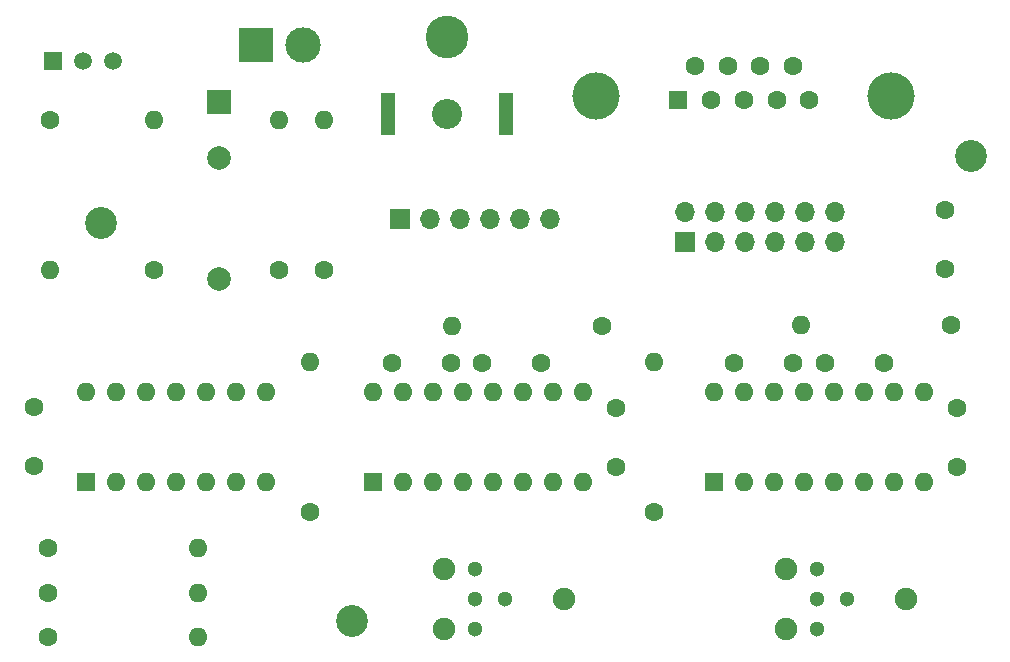
<source format=gbr>
%TF.GenerationSoftware,KiCad,Pcbnew,8.0.1*%
%TF.CreationDate,2024-06-09T01:41:57+01:00*%
%TF.ProjectId,tim011_video_fix,74696d30-3131-45f7-9669-64656f5f6669,rev?*%
%TF.SameCoordinates,Original*%
%TF.FileFunction,Soldermask,Bot*%
%TF.FilePolarity,Negative*%
%FSLAX46Y46*%
G04 Gerber Fmt 4.6, Leading zero omitted, Abs format (unit mm)*
G04 Created by KiCad (PCBNEW 8.0.1) date 2024-06-09 01:41:57*
%MOMM*%
%LPD*%
G01*
G04 APERTURE LIST*
%ADD10C,1.600000*%
%ADD11C,2.700000*%
%ADD12C,1.300000*%
%ADD13C,1.900000*%
%ADD14O,1.600000X1.600000*%
%ADD15R,1.600000X1.600000*%
%ADD16R,1.500000X1.500000*%
%ADD17C,1.500000*%
%ADD18R,1.700000X1.700000*%
%ADD19O,1.700000X1.700000*%
%ADD20C,2.550000*%
%ADD21R,1.300000X3.616000*%
%ADD22C,3.616000*%
%ADD23C,4.000000*%
%ADD24R,2.000000X2.000000*%
%ADD25C,2.000000*%
%ADD26R,3.000000X3.000000*%
%ADD27C,3.000000*%
G04 APERTURE END LIST*
D10*
%TO.C,C5*%
X107435000Y-92760000D03*
X107435000Y-97760000D03*
%TD*%
D11*
%TO.C,H1*%
X63784000Y-77143000D03*
%TD*%
D12*
%TO.C,RV2*%
X95520000Y-111475000D03*
D13*
X92860000Y-111475000D03*
X103050000Y-108905000D03*
D12*
X98030000Y-108905000D03*
X95520000Y-108905000D03*
X95520000Y-106355000D03*
D13*
X92860000Y-106355000D03*
%TD*%
D12*
%TO.C,RV1*%
X124485000Y-111475000D03*
D13*
X121825000Y-111475000D03*
X132015000Y-108905000D03*
D12*
X126995000Y-108905000D03*
X124485000Y-108905000D03*
X124485000Y-106355000D03*
D13*
X121825000Y-106355000D03*
%TD*%
D11*
%TO.C,H3*%
X85050000Y-110775000D03*
%TD*%
D10*
%TO.C,C9*%
X135290000Y-75985000D03*
X135290000Y-80985000D03*
%TD*%
%TO.C,R8*%
X59315000Y-112135000D03*
D14*
X72015000Y-112135000D03*
%TD*%
D15*
%TO.C,U3*%
X62525000Y-99060000D03*
D14*
X65065000Y-99060000D03*
X67605000Y-99060000D03*
X70145000Y-99060000D03*
X72685000Y-99060000D03*
X75225000Y-99060000D03*
X77765000Y-99060000D03*
X77765000Y-91440000D03*
X75225000Y-91440000D03*
X72685000Y-91440000D03*
X70145000Y-91440000D03*
X67605000Y-91440000D03*
X65065000Y-91440000D03*
X62525000Y-91440000D03*
%TD*%
D16*
%TO.C,Q1*%
X59720000Y-63400000D03*
D17*
X62260000Y-63400000D03*
X64800000Y-63400000D03*
%TD*%
D10*
%TO.C,C1*%
X117450000Y-88985000D03*
X122450000Y-88985000D03*
%TD*%
D18*
%TO.C,P1*%
X89170000Y-76740000D03*
D19*
X91710000Y-76740000D03*
X94250000Y-76740000D03*
X96790000Y-76740000D03*
X99330000Y-76740000D03*
X101870000Y-76740000D03*
%TD*%
D14*
%TO.C,R6*%
X59500000Y-81075000D03*
D10*
X59500000Y-68375000D03*
%TD*%
D20*
%TO.C,J3*%
X93090000Y-67865000D03*
D21*
X88090000Y-67865000D03*
D22*
X93090000Y-61365000D03*
D21*
X98090000Y-67865000D03*
%TD*%
D10*
%TO.C,R10*%
X68325000Y-81075000D03*
D14*
X68325000Y-68375000D03*
%TD*%
D10*
%TO.C,C4*%
X101090000Y-88985000D03*
X96090000Y-88985000D03*
%TD*%
D18*
%TO.C,P2*%
X113262500Y-78725000D03*
D19*
X113262500Y-76185000D03*
X115802500Y-78725000D03*
X115802500Y-76185000D03*
X118342500Y-78725000D03*
X118342500Y-76185000D03*
X120882500Y-78725000D03*
X120882500Y-76185000D03*
X123422500Y-78725000D03*
X123422500Y-76185000D03*
X125962500Y-78725000D03*
X125962500Y-76185000D03*
%TD*%
D23*
%TO.C,J4*%
X130755000Y-66375000D03*
X105755000Y-66375000D03*
D15*
X112715000Y-66675000D03*
D10*
X115485000Y-66675000D03*
X118255000Y-66675000D03*
X121025000Y-66675000D03*
X123795000Y-66675000D03*
X114100000Y-63835000D03*
X116870000Y-63835000D03*
X119640000Y-63835000D03*
X122410000Y-63835000D03*
%TD*%
%TO.C,R1*%
X110685000Y-101610000D03*
D14*
X110685000Y-88910000D03*
%TD*%
%TO.C,R9*%
X82745000Y-68375000D03*
D10*
X82745000Y-81075000D03*
%TD*%
D15*
%TO.C,U1*%
X115695000Y-99060000D03*
D14*
X118235000Y-99060000D03*
X120775000Y-99060000D03*
X123315000Y-99060000D03*
X125855000Y-99060000D03*
X128395000Y-99060000D03*
X130935000Y-99060000D03*
X133475000Y-99060000D03*
X133475000Y-91440000D03*
X130935000Y-91440000D03*
X128395000Y-91440000D03*
X125855000Y-91440000D03*
X123315000Y-91440000D03*
X120775000Y-91440000D03*
X118235000Y-91440000D03*
X115695000Y-91440000D03*
%TD*%
D10*
%TO.C,C2*%
X130150000Y-88985000D03*
X125150000Y-88985000D03*
%TD*%
%TO.C,R5*%
X59315000Y-104660000D03*
D14*
X72015000Y-104660000D03*
%TD*%
%TO.C,R3*%
X81535000Y-88910000D03*
D10*
X81535000Y-101610000D03*
%TD*%
%TO.C,R2*%
X135755000Y-85735000D03*
D14*
X123055000Y-85735000D03*
%TD*%
%TO.C,R11*%
X78935000Y-68375000D03*
D10*
X78935000Y-81075000D03*
%TD*%
D24*
%TO.C,C8*%
X73775000Y-66885000D03*
D25*
X73775000Y-71635000D03*
X73775000Y-81875000D03*
%TD*%
D10*
%TO.C,C7*%
X136277500Y-92760000D03*
X136277500Y-97760000D03*
%TD*%
D11*
%TO.C,H2*%
X137450000Y-71428000D03*
%TD*%
D26*
%TO.C,P3*%
X76930000Y-62035000D03*
D27*
X80890000Y-62035000D03*
%TD*%
D10*
%TO.C,C3*%
X88470000Y-88985000D03*
X93470000Y-88985000D03*
%TD*%
%TO.C,R7*%
X59315000Y-108435000D03*
D14*
X72015000Y-108435000D03*
%TD*%
D10*
%TO.C,C6*%
X58112500Y-92710000D03*
X58112500Y-97710000D03*
%TD*%
D15*
%TO.C,U2*%
X86835000Y-99060000D03*
D14*
X89375000Y-99060000D03*
X91915000Y-99060000D03*
X94455000Y-99060000D03*
X96995000Y-99060000D03*
X99535000Y-99060000D03*
X102075000Y-99060000D03*
X104615000Y-99060000D03*
X104615000Y-91440000D03*
X102075000Y-91440000D03*
X99535000Y-91440000D03*
X96995000Y-91440000D03*
X94455000Y-91440000D03*
X91915000Y-91440000D03*
X89375000Y-91440000D03*
X86835000Y-91440000D03*
%TD*%
D10*
%TO.C,R4*%
X106225000Y-85835000D03*
D14*
X93525000Y-85835000D03*
%TD*%
M02*

</source>
